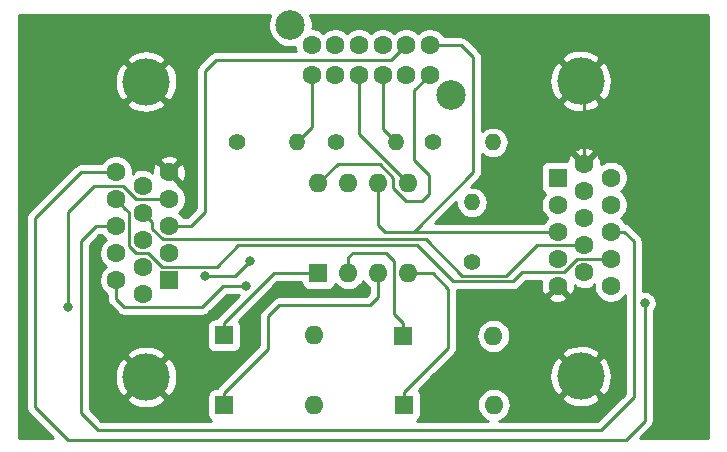
<source format=gbr>
G04 #@! TF.GenerationSoftware,KiCad,Pcbnew,(5.1.4)-1*
G04 #@! TF.CreationDate,2020-11-25T10:34:19+01:00*
G04 #@! TF.ProjectId,MonochromeVGA,4d6f6e6f-6368-4726-9f6d-655647412e6b,rev?*
G04 #@! TF.SameCoordinates,Original*
G04 #@! TF.FileFunction,Copper,L2,Bot*
G04 #@! TF.FilePolarity,Positive*
%FSLAX46Y46*%
G04 Gerber Fmt 4.6, Leading zero omitted, Abs format (unit mm)*
G04 Created by KiCad (PCBNEW (5.1.4)-1) date 2020-11-25 10:34:19*
%MOMM*%
%LPD*%
G04 APERTURE LIST*
%ADD10C,4.000000*%
%ADD11C,1.600000*%
%ADD12R,1.600000X1.600000*%
%ADD13O,1.600000X1.600000*%
%ADD14C,2.500000*%
%ADD15O,1.400000X1.400000*%
%ADD16C,1.400000*%
%ADD17C,0.800000*%
%ADD18C,0.250000*%
%ADD19C,0.254000*%
G04 APERTURE END LIST*
D10*
X130090000Y-117735000D03*
X130090000Y-92735000D03*
D11*
X127550000Y-100390000D03*
X127550000Y-102680000D03*
X127550000Y-104970000D03*
X127550000Y-107260000D03*
X127550000Y-109550000D03*
X129805000Y-101535000D03*
X129805000Y-103825000D03*
X129805000Y-106115000D03*
X129805000Y-108405000D03*
X129805000Y-110695000D03*
X132035000Y-100390000D03*
X132035000Y-102680000D03*
X132035000Y-104970000D03*
X132035000Y-107260000D03*
D12*
X132035000Y-109550000D03*
D10*
X166900000Y-92665000D03*
X166900000Y-117665000D03*
D11*
X169440000Y-110010000D03*
X169440000Y-107720000D03*
X169440000Y-105430000D03*
X169440000Y-103140000D03*
X169440000Y-100850000D03*
X167185000Y-108865000D03*
X167185000Y-106575000D03*
X167185000Y-104285000D03*
X167185000Y-101995000D03*
X167185000Y-99705000D03*
X164955000Y-110010000D03*
X164955000Y-107720000D03*
X164955000Y-105430000D03*
X164955000Y-103140000D03*
D12*
X164955000Y-100850000D03*
X151910000Y-120090000D03*
D13*
X159530000Y-120090000D03*
D12*
X136730000Y-120120000D03*
D13*
X144350000Y-120120000D03*
D12*
X136680000Y-114220000D03*
D13*
X144300000Y-114220000D03*
D12*
X151890000Y-114250000D03*
D13*
X159510000Y-114250000D03*
X144690000Y-101340000D03*
X152310000Y-108960000D03*
X147230000Y-101340000D03*
X149770000Y-108960000D03*
X149770000Y-101340000D03*
X147230000Y-108960000D03*
X152310000Y-101340000D03*
D12*
X144690000Y-108960000D03*
D11*
X144120000Y-89650000D03*
X146120000Y-89650000D03*
X148120000Y-89650000D03*
X150120000Y-89650000D03*
X152120000Y-89650000D03*
X154120000Y-89650000D03*
X144120000Y-92150000D03*
X146120000Y-92150000D03*
X148120000Y-92150000D03*
X150120000Y-92150000D03*
X152120000Y-92150000D03*
X154120000Y-92150000D03*
D14*
X142320000Y-87950000D03*
X155920000Y-93850000D03*
D15*
X157690000Y-102950000D03*
D16*
X157690000Y-108030000D03*
D15*
X159450000Y-97870000D03*
D16*
X154370000Y-97870000D03*
D15*
X142870000Y-97840000D03*
D16*
X137790000Y-97840000D03*
D15*
X151220000Y-97840000D03*
D16*
X146140000Y-97840000D03*
D17*
X123490000Y-111800000D03*
X138590000Y-110010000D03*
X135100000Y-109220000D03*
X138880000Y-107940000D03*
X172310000Y-111490000D03*
D18*
X144350000Y-114270000D02*
X144300000Y-114220000D01*
X159510000Y-120070000D02*
X159530000Y-120090000D01*
X143640000Y-108960000D02*
X144690000Y-108960000D01*
X140890000Y-108960000D02*
X143640000Y-108960000D01*
X136680000Y-113170000D02*
X140890000Y-108960000D01*
X136680000Y-114220000D02*
X136680000Y-113170000D01*
X151890000Y-113200000D02*
X151080000Y-112390000D01*
X151890000Y-114250000D02*
X151890000Y-113200000D01*
X151080000Y-112390000D02*
X151080000Y-107900000D01*
X151080000Y-107900000D02*
X150410000Y-107230000D01*
X150410000Y-107230000D02*
X147580000Y-107230000D01*
X147230000Y-107580000D02*
X147230000Y-108960000D01*
X147580000Y-107230000D02*
X147230000Y-107580000D01*
X149770000Y-110940000D02*
X149770000Y-110630000D01*
X136730000Y-120120000D02*
X136730000Y-119070000D01*
X149770000Y-110630000D02*
X149770000Y-108960000D01*
X140430000Y-115370000D02*
X140430000Y-112600000D01*
X140430000Y-112600000D02*
X141380000Y-111650000D01*
X141380000Y-111650000D02*
X149060000Y-111650000D01*
X136730000Y-119070000D02*
X140430000Y-115370000D01*
X149060000Y-111650000D02*
X149770000Y-110940000D01*
X151910000Y-119040000D02*
X155650000Y-115300000D01*
X151910000Y-120090000D02*
X151910000Y-119040000D01*
X155650000Y-115300000D02*
X155650000Y-110250000D01*
X154360000Y-108960000D02*
X152310000Y-108960000D01*
X155650000Y-110250000D02*
X154360000Y-108960000D01*
X132035000Y-104970000D02*
X133890000Y-104970000D01*
X133890000Y-104970000D02*
X135110000Y-103750000D01*
X135110000Y-103750000D02*
X135110000Y-91800000D01*
X135110000Y-91800000D02*
X136000000Y-90910000D01*
X150860000Y-90910000D02*
X152120000Y-89650000D01*
X136000000Y-90910000D02*
X150860000Y-90910000D01*
X123490000Y-111800000D02*
X123490000Y-103790000D01*
X130903630Y-102680000D02*
X132035000Y-102680000D01*
X129284998Y-102680000D02*
X130903630Y-102680000D01*
X128159997Y-101554999D02*
X129284998Y-102680000D01*
X125725001Y-101554999D02*
X128159997Y-101554999D01*
X123490000Y-103790000D02*
X125725001Y-101554999D01*
X167185000Y-92950000D02*
X166900000Y-92665000D01*
X167185000Y-99705000D02*
X167185000Y-92950000D01*
X167185000Y-106575000D02*
X163184990Y-106575000D01*
X163184990Y-106575000D02*
X160579990Y-109180000D01*
X160579990Y-109180000D02*
X156860000Y-109180000D01*
X156860000Y-109180000D02*
X153760000Y-106080000D01*
X153760000Y-106080000D02*
X146480000Y-106080000D01*
X130604999Y-104624999D02*
X129805000Y-103825000D01*
X130604999Y-105205001D02*
X130604999Y-104624999D01*
X131494999Y-106095001D02*
X130604999Y-105205001D01*
X146464999Y-106095001D02*
X131494999Y-106095001D01*
X146480000Y-106080000D02*
X146464999Y-106095001D01*
X127550000Y-109550000D02*
X127550000Y-111100000D01*
X128270001Y-111820001D02*
X134819999Y-111820001D01*
X127550000Y-111100000D02*
X128270001Y-111820001D01*
X134819999Y-111820001D02*
X136630000Y-110010000D01*
X136630000Y-110010000D02*
X138590000Y-110010000D01*
X138590000Y-110010000D02*
X138590000Y-110010000D01*
X135100000Y-109220000D02*
X137600000Y-109220000D01*
X137600000Y-109220000D02*
X138880000Y-107940000D01*
X138880000Y-107940000D02*
X138880000Y-107940000D01*
X170571370Y-105430000D02*
X171380000Y-106238630D01*
X169440000Y-105430000D02*
X170571370Y-105430000D01*
X171380000Y-106238630D02*
X171380000Y-119450000D01*
X171380000Y-119450000D02*
X168620000Y-122210000D01*
X168620000Y-122210000D02*
X126000000Y-122210000D01*
X126000000Y-122210000D02*
X124580000Y-120790000D01*
X124580000Y-120790000D02*
X124580000Y-106210000D01*
X125820000Y-104970000D02*
X127550000Y-104970000D01*
X124580000Y-106210000D02*
X125820000Y-104970000D01*
X128349999Y-103479999D02*
X127550000Y-102680000D01*
X128675001Y-106650003D02*
X128675001Y-103805001D01*
X129264999Y-107240001D02*
X128675001Y-106650003D01*
X130305003Y-107240001D02*
X129264999Y-107240001D01*
X128675001Y-103805001D02*
X128349999Y-103479999D01*
X131450003Y-108385001D02*
X130305003Y-107240001D01*
X136114999Y-108385001D02*
X131450003Y-108385001D01*
X153080000Y-106600000D02*
X137900000Y-106600000D01*
X166620002Y-107720000D02*
X165455003Y-108884999D01*
X169440000Y-107720000D02*
X166620002Y-107720000D01*
X165455003Y-108884999D02*
X161915001Y-108884999D01*
X137900000Y-106600000D02*
X136114999Y-108385001D01*
X161915001Y-108884999D02*
X161160000Y-109640000D01*
X161160000Y-109640000D02*
X156120000Y-109640000D01*
X156120000Y-109640000D02*
X153080000Y-106600000D01*
X127550000Y-100390000D02*
X124590000Y-100390000D01*
X124590000Y-100390000D02*
X120700000Y-104280000D01*
X120700000Y-104280000D02*
X120700000Y-120300000D01*
X120700000Y-120300000D02*
X123450000Y-123050000D01*
X123450000Y-123050000D02*
X161040000Y-123050000D01*
X161040000Y-123050000D02*
X170700000Y-123050000D01*
X170700000Y-123050000D02*
X172310000Y-121440000D01*
X172310000Y-121440000D02*
X172310000Y-111490000D01*
X172310000Y-111490000D02*
X172310000Y-111490000D01*
X146340000Y-99690000D02*
X144690000Y-101340000D01*
X149870000Y-99690000D02*
X146340000Y-99690000D01*
X151040000Y-100860000D02*
X149870000Y-99690000D01*
X151040000Y-101735002D02*
X151040000Y-100860000D01*
X152144998Y-102840000D02*
X151040000Y-101735002D01*
X152790000Y-93480000D02*
X152790000Y-99350000D01*
X152790000Y-99350000D02*
X154050000Y-100610000D01*
X154050000Y-100610000D02*
X154050000Y-102230000D01*
X154050000Y-102230000D02*
X153440000Y-102840000D01*
X154120000Y-92150000D02*
X152790000Y-93480000D01*
X153440000Y-102840000D02*
X152144998Y-102840000D01*
X148120000Y-97150000D02*
X152310000Y-101340000D01*
X148120000Y-92150000D02*
X148120000Y-97150000D01*
X149770000Y-102471370D02*
X149760000Y-102481370D01*
X149770000Y-101340000D02*
X149770000Y-102471370D01*
X149760000Y-102481370D02*
X149760000Y-104900000D01*
X149760000Y-104900000D02*
X150290000Y-105430000D01*
X155251370Y-89650000D02*
X155261370Y-89660000D01*
X154120000Y-89650000D02*
X155251370Y-89650000D01*
X155261370Y-89660000D02*
X156760000Y-89660000D01*
X156760000Y-89660000D02*
X157760000Y-90660000D01*
X157760000Y-100420000D02*
X152750000Y-105430000D01*
X157760000Y-90660000D02*
X157760000Y-100420000D01*
X150290000Y-105430000D02*
X152750000Y-105430000D01*
X152750000Y-105430000D02*
X164955000Y-105430000D01*
X150120000Y-96740000D02*
X151220000Y-97840000D01*
X150120000Y-92150000D02*
X150120000Y-96740000D01*
X144120000Y-96590000D02*
X142870000Y-97840000D01*
X144120000Y-92150000D02*
X144120000Y-96590000D01*
D19*
G36*
X177676055Y-87139834D02*
G01*
X177670046Y-122866574D01*
X177626620Y-122910000D01*
X171914801Y-122910000D01*
X172821004Y-122003798D01*
X172850001Y-121980001D01*
X172944974Y-121864276D01*
X173015546Y-121732247D01*
X173059003Y-121588986D01*
X173070000Y-121477333D01*
X173070000Y-121477323D01*
X173073676Y-121440000D01*
X173070000Y-121402677D01*
X173070000Y-112193711D01*
X173113937Y-112149774D01*
X173227205Y-111980256D01*
X173305226Y-111791898D01*
X173345000Y-111591939D01*
X173345000Y-111388061D01*
X173305226Y-111188102D01*
X173227205Y-110999744D01*
X173113937Y-110830226D01*
X172969774Y-110686063D01*
X172800256Y-110572795D01*
X172611898Y-110494774D01*
X172411939Y-110455000D01*
X172208061Y-110455000D01*
X172140000Y-110468538D01*
X172140000Y-106275963D01*
X172143677Y-106238630D01*
X172129003Y-106089644D01*
X172085546Y-105946383D01*
X172014974Y-105814354D01*
X171943799Y-105727627D01*
X171920001Y-105698629D01*
X171891004Y-105674832D01*
X171135173Y-104919002D01*
X171111371Y-104889999D01*
X170995646Y-104795026D01*
X170863617Y-104724454D01*
X170720356Y-104680997D01*
X170661519Y-104675202D01*
X170554637Y-104515241D01*
X170354759Y-104315363D01*
X170309317Y-104285000D01*
X170354759Y-104254637D01*
X170554637Y-104054759D01*
X170711680Y-103819727D01*
X170819853Y-103558574D01*
X170875000Y-103281335D01*
X170875000Y-102998665D01*
X170819853Y-102721426D01*
X170711680Y-102460273D01*
X170554637Y-102225241D01*
X170354759Y-102025363D01*
X170309317Y-101995000D01*
X170354759Y-101964637D01*
X170554637Y-101764759D01*
X170711680Y-101529727D01*
X170819853Y-101268574D01*
X170875000Y-100991335D01*
X170875000Y-100708665D01*
X170819853Y-100431426D01*
X170711680Y-100170273D01*
X170554637Y-99935241D01*
X170354759Y-99735363D01*
X170119727Y-99578320D01*
X169858574Y-99470147D01*
X169581335Y-99415000D01*
X169298665Y-99415000D01*
X169021426Y-99470147D01*
X168760273Y-99578320D01*
X168623480Y-99669722D01*
X168625217Y-99634488D01*
X168583787Y-99354870D01*
X168488603Y-99088708D01*
X168421671Y-98963486D01*
X168177702Y-98891903D01*
X167364605Y-99705000D01*
X167378748Y-99719143D01*
X167199143Y-99898748D01*
X167185000Y-99884605D01*
X167170858Y-99898748D01*
X166991253Y-99719143D01*
X167005395Y-99705000D01*
X166192298Y-98891903D01*
X165948329Y-98963486D01*
X165827429Y-99218996D01*
X165778488Y-99414241D01*
X165755000Y-99411928D01*
X164155000Y-99411928D01*
X164030518Y-99424188D01*
X163910820Y-99460498D01*
X163800506Y-99519463D01*
X163703815Y-99598815D01*
X163624463Y-99695506D01*
X163565498Y-99805820D01*
X163529188Y-99925518D01*
X163516928Y-100050000D01*
X163516928Y-101650000D01*
X163529188Y-101774482D01*
X163565498Y-101894180D01*
X163624463Y-102004494D01*
X163703815Y-102101185D01*
X163800506Y-102180537D01*
X163855612Y-102209992D01*
X163840363Y-102225241D01*
X163683320Y-102460273D01*
X163575147Y-102721426D01*
X163520000Y-102998665D01*
X163520000Y-103281335D01*
X163575147Y-103558574D01*
X163683320Y-103819727D01*
X163840363Y-104054759D01*
X164040241Y-104254637D01*
X164085683Y-104285000D01*
X164040241Y-104315363D01*
X163840363Y-104515241D01*
X163736957Y-104670000D01*
X154584801Y-104670000D01*
X156353320Y-102901482D01*
X156348541Y-102950000D01*
X156374317Y-103211706D01*
X156450653Y-103463354D01*
X156574618Y-103695275D01*
X156741445Y-103898555D01*
X156944725Y-104065382D01*
X157176646Y-104189347D01*
X157428294Y-104265683D01*
X157624421Y-104285000D01*
X157755579Y-104285000D01*
X157951706Y-104265683D01*
X158203354Y-104189347D01*
X158435275Y-104065382D01*
X158638555Y-103898555D01*
X158805382Y-103695275D01*
X158929347Y-103463354D01*
X159005683Y-103211706D01*
X159031459Y-102950000D01*
X159005683Y-102688294D01*
X158929347Y-102436646D01*
X158805382Y-102204725D01*
X158638555Y-102001445D01*
X158435275Y-101834618D01*
X158203354Y-101710653D01*
X157951706Y-101634317D01*
X157755579Y-101615000D01*
X157639802Y-101615000D01*
X158271003Y-100983799D01*
X158300001Y-100960001D01*
X158326332Y-100927917D01*
X158394974Y-100844277D01*
X158465546Y-100712247D01*
X158488241Y-100637429D01*
X158509003Y-100568986D01*
X158520000Y-100457333D01*
X158520000Y-100457323D01*
X158523676Y-100420000D01*
X158520000Y-100382677D01*
X158520000Y-98833783D01*
X158704725Y-98985382D01*
X158936646Y-99109347D01*
X159188294Y-99185683D01*
X159384421Y-99205000D01*
X159515579Y-99205000D01*
X159711706Y-99185683D01*
X159963354Y-99109347D01*
X160195275Y-98985382D01*
X160398555Y-98818555D01*
X160485757Y-98712298D01*
X166371903Y-98712298D01*
X167185000Y-99525395D01*
X167998097Y-98712298D01*
X167926514Y-98468329D01*
X167671004Y-98347429D01*
X167396816Y-98278700D01*
X167114488Y-98264783D01*
X166834870Y-98306213D01*
X166568708Y-98401397D01*
X166443486Y-98468329D01*
X166371903Y-98712298D01*
X160485757Y-98712298D01*
X160565382Y-98615275D01*
X160689347Y-98383354D01*
X160765683Y-98131706D01*
X160791459Y-97870000D01*
X160765683Y-97608294D01*
X160689347Y-97356646D01*
X160565382Y-97124725D01*
X160398555Y-96921445D01*
X160195275Y-96754618D01*
X159963354Y-96630653D01*
X159711706Y-96554317D01*
X159515579Y-96535000D01*
X159384421Y-96535000D01*
X159188294Y-96554317D01*
X158936646Y-96630653D01*
X158704725Y-96754618D01*
X158520000Y-96906217D01*
X158520000Y-94512499D01*
X165232106Y-94512499D01*
X165448228Y-94879258D01*
X165908105Y-95119938D01*
X166406098Y-95266275D01*
X166923071Y-95312648D01*
X167439159Y-95257273D01*
X167934526Y-95102279D01*
X168351772Y-94879258D01*
X168567894Y-94512499D01*
X166900000Y-92844605D01*
X165232106Y-94512499D01*
X158520000Y-94512499D01*
X158520000Y-92688071D01*
X164252352Y-92688071D01*
X164307727Y-93204159D01*
X164462721Y-93699526D01*
X164685742Y-94116772D01*
X165052501Y-94332894D01*
X166720395Y-92665000D01*
X167079605Y-92665000D01*
X168747499Y-94332894D01*
X169114258Y-94116772D01*
X169354938Y-93656895D01*
X169501275Y-93158902D01*
X169547648Y-92641929D01*
X169492273Y-92125841D01*
X169337279Y-91630474D01*
X169114258Y-91213228D01*
X168747499Y-90997106D01*
X167079605Y-92665000D01*
X166720395Y-92665000D01*
X165052501Y-90997106D01*
X164685742Y-91213228D01*
X164445062Y-91673105D01*
X164298725Y-92171098D01*
X164252352Y-92688071D01*
X158520000Y-92688071D01*
X158520000Y-90817501D01*
X165232106Y-90817501D01*
X166900000Y-92485395D01*
X168567894Y-90817501D01*
X168351772Y-90450742D01*
X167891895Y-90210062D01*
X167393902Y-90063725D01*
X166876929Y-90017352D01*
X166360841Y-90072727D01*
X165865474Y-90227721D01*
X165448228Y-90450742D01*
X165232106Y-90817501D01*
X158520000Y-90817501D01*
X158520000Y-90697333D01*
X158523677Y-90660000D01*
X158509003Y-90511014D01*
X158465546Y-90367753D01*
X158394974Y-90235724D01*
X158323799Y-90148997D01*
X158300001Y-90119999D01*
X158271004Y-90096202D01*
X157323804Y-89149002D01*
X157300001Y-89119999D01*
X157184276Y-89025026D01*
X157052247Y-88954454D01*
X156908986Y-88910997D01*
X156797333Y-88900000D01*
X156797322Y-88900000D01*
X156760000Y-88896324D01*
X156722678Y-88900000D01*
X155390233Y-88900000D01*
X155341519Y-88895202D01*
X155234637Y-88735241D01*
X155034759Y-88535363D01*
X154799727Y-88378320D01*
X154538574Y-88270147D01*
X154261335Y-88215000D01*
X153978665Y-88215000D01*
X153701426Y-88270147D01*
X153440273Y-88378320D01*
X153205241Y-88535363D01*
X153120000Y-88620604D01*
X153034759Y-88535363D01*
X152799727Y-88378320D01*
X152538574Y-88270147D01*
X152261335Y-88215000D01*
X151978665Y-88215000D01*
X151701426Y-88270147D01*
X151440273Y-88378320D01*
X151205241Y-88535363D01*
X151120000Y-88620604D01*
X151034759Y-88535363D01*
X150799727Y-88378320D01*
X150538574Y-88270147D01*
X150261335Y-88215000D01*
X149978665Y-88215000D01*
X149701426Y-88270147D01*
X149440273Y-88378320D01*
X149205241Y-88535363D01*
X149120000Y-88620604D01*
X149034759Y-88535363D01*
X148799727Y-88378320D01*
X148538574Y-88270147D01*
X148261335Y-88215000D01*
X147978665Y-88215000D01*
X147701426Y-88270147D01*
X147440273Y-88378320D01*
X147205241Y-88535363D01*
X147120000Y-88620604D01*
X147034759Y-88535363D01*
X146799727Y-88378320D01*
X146538574Y-88270147D01*
X146261335Y-88215000D01*
X145978665Y-88215000D01*
X145701426Y-88270147D01*
X145440273Y-88378320D01*
X145205241Y-88535363D01*
X145120000Y-88620604D01*
X145034759Y-88535363D01*
X144799727Y-88378320D01*
X144538574Y-88270147D01*
X144261335Y-88215000D01*
X144189218Y-88215000D01*
X144205000Y-88135656D01*
X144205000Y-87764344D01*
X144132561Y-87400166D01*
X144006613Y-87096100D01*
X177633107Y-87096100D01*
X177676055Y-87139834D01*
X177676055Y-87139834D01*
G37*
X177676055Y-87139834D02*
X177670046Y-122866574D01*
X177626620Y-122910000D01*
X171914801Y-122910000D01*
X172821004Y-122003798D01*
X172850001Y-121980001D01*
X172944974Y-121864276D01*
X173015546Y-121732247D01*
X173059003Y-121588986D01*
X173070000Y-121477333D01*
X173070000Y-121477323D01*
X173073676Y-121440000D01*
X173070000Y-121402677D01*
X173070000Y-112193711D01*
X173113937Y-112149774D01*
X173227205Y-111980256D01*
X173305226Y-111791898D01*
X173345000Y-111591939D01*
X173345000Y-111388061D01*
X173305226Y-111188102D01*
X173227205Y-110999744D01*
X173113937Y-110830226D01*
X172969774Y-110686063D01*
X172800256Y-110572795D01*
X172611898Y-110494774D01*
X172411939Y-110455000D01*
X172208061Y-110455000D01*
X172140000Y-110468538D01*
X172140000Y-106275963D01*
X172143677Y-106238630D01*
X172129003Y-106089644D01*
X172085546Y-105946383D01*
X172014974Y-105814354D01*
X171943799Y-105727627D01*
X171920001Y-105698629D01*
X171891004Y-105674832D01*
X171135173Y-104919002D01*
X171111371Y-104889999D01*
X170995646Y-104795026D01*
X170863617Y-104724454D01*
X170720356Y-104680997D01*
X170661519Y-104675202D01*
X170554637Y-104515241D01*
X170354759Y-104315363D01*
X170309317Y-104285000D01*
X170354759Y-104254637D01*
X170554637Y-104054759D01*
X170711680Y-103819727D01*
X170819853Y-103558574D01*
X170875000Y-103281335D01*
X170875000Y-102998665D01*
X170819853Y-102721426D01*
X170711680Y-102460273D01*
X170554637Y-102225241D01*
X170354759Y-102025363D01*
X170309317Y-101995000D01*
X170354759Y-101964637D01*
X170554637Y-101764759D01*
X170711680Y-101529727D01*
X170819853Y-101268574D01*
X170875000Y-100991335D01*
X170875000Y-100708665D01*
X170819853Y-100431426D01*
X170711680Y-100170273D01*
X170554637Y-99935241D01*
X170354759Y-99735363D01*
X170119727Y-99578320D01*
X169858574Y-99470147D01*
X169581335Y-99415000D01*
X169298665Y-99415000D01*
X169021426Y-99470147D01*
X168760273Y-99578320D01*
X168623480Y-99669722D01*
X168625217Y-99634488D01*
X168583787Y-99354870D01*
X168488603Y-99088708D01*
X168421671Y-98963486D01*
X168177702Y-98891903D01*
X167364605Y-99705000D01*
X167378748Y-99719143D01*
X167199143Y-99898748D01*
X167185000Y-99884605D01*
X167170858Y-99898748D01*
X166991253Y-99719143D01*
X167005395Y-99705000D01*
X166192298Y-98891903D01*
X165948329Y-98963486D01*
X165827429Y-99218996D01*
X165778488Y-99414241D01*
X165755000Y-99411928D01*
X164155000Y-99411928D01*
X164030518Y-99424188D01*
X163910820Y-99460498D01*
X163800506Y-99519463D01*
X163703815Y-99598815D01*
X163624463Y-99695506D01*
X163565498Y-99805820D01*
X163529188Y-99925518D01*
X163516928Y-100050000D01*
X163516928Y-101650000D01*
X163529188Y-101774482D01*
X163565498Y-101894180D01*
X163624463Y-102004494D01*
X163703815Y-102101185D01*
X163800506Y-102180537D01*
X163855612Y-102209992D01*
X163840363Y-102225241D01*
X163683320Y-102460273D01*
X163575147Y-102721426D01*
X163520000Y-102998665D01*
X163520000Y-103281335D01*
X163575147Y-103558574D01*
X163683320Y-103819727D01*
X163840363Y-104054759D01*
X164040241Y-104254637D01*
X164085683Y-104285000D01*
X164040241Y-104315363D01*
X163840363Y-104515241D01*
X163736957Y-104670000D01*
X154584801Y-104670000D01*
X156353320Y-102901482D01*
X156348541Y-102950000D01*
X156374317Y-103211706D01*
X156450653Y-103463354D01*
X156574618Y-103695275D01*
X156741445Y-103898555D01*
X156944725Y-104065382D01*
X157176646Y-104189347D01*
X157428294Y-104265683D01*
X157624421Y-104285000D01*
X157755579Y-104285000D01*
X157951706Y-104265683D01*
X158203354Y-104189347D01*
X158435275Y-104065382D01*
X158638555Y-103898555D01*
X158805382Y-103695275D01*
X158929347Y-103463354D01*
X159005683Y-103211706D01*
X159031459Y-102950000D01*
X159005683Y-102688294D01*
X158929347Y-102436646D01*
X158805382Y-102204725D01*
X158638555Y-102001445D01*
X158435275Y-101834618D01*
X158203354Y-101710653D01*
X157951706Y-101634317D01*
X157755579Y-101615000D01*
X157639802Y-101615000D01*
X158271003Y-100983799D01*
X158300001Y-100960001D01*
X158326332Y-100927917D01*
X158394974Y-100844277D01*
X158465546Y-100712247D01*
X158488241Y-100637429D01*
X158509003Y-100568986D01*
X158520000Y-100457333D01*
X158520000Y-100457323D01*
X158523676Y-100420000D01*
X158520000Y-100382677D01*
X158520000Y-98833783D01*
X158704725Y-98985382D01*
X158936646Y-99109347D01*
X159188294Y-99185683D01*
X159384421Y-99205000D01*
X159515579Y-99205000D01*
X159711706Y-99185683D01*
X159963354Y-99109347D01*
X160195275Y-98985382D01*
X160398555Y-98818555D01*
X160485757Y-98712298D01*
X166371903Y-98712298D01*
X167185000Y-99525395D01*
X167998097Y-98712298D01*
X167926514Y-98468329D01*
X167671004Y-98347429D01*
X167396816Y-98278700D01*
X167114488Y-98264783D01*
X166834870Y-98306213D01*
X166568708Y-98401397D01*
X166443486Y-98468329D01*
X166371903Y-98712298D01*
X160485757Y-98712298D01*
X160565382Y-98615275D01*
X160689347Y-98383354D01*
X160765683Y-98131706D01*
X160791459Y-97870000D01*
X160765683Y-97608294D01*
X160689347Y-97356646D01*
X160565382Y-97124725D01*
X160398555Y-96921445D01*
X160195275Y-96754618D01*
X159963354Y-96630653D01*
X159711706Y-96554317D01*
X159515579Y-96535000D01*
X159384421Y-96535000D01*
X159188294Y-96554317D01*
X158936646Y-96630653D01*
X158704725Y-96754618D01*
X158520000Y-96906217D01*
X158520000Y-94512499D01*
X165232106Y-94512499D01*
X165448228Y-94879258D01*
X165908105Y-95119938D01*
X166406098Y-95266275D01*
X166923071Y-95312648D01*
X167439159Y-95257273D01*
X167934526Y-95102279D01*
X168351772Y-94879258D01*
X168567894Y-94512499D01*
X166900000Y-92844605D01*
X165232106Y-94512499D01*
X158520000Y-94512499D01*
X158520000Y-92688071D01*
X164252352Y-92688071D01*
X164307727Y-93204159D01*
X164462721Y-93699526D01*
X164685742Y-94116772D01*
X165052501Y-94332894D01*
X166720395Y-92665000D01*
X167079605Y-92665000D01*
X168747499Y-94332894D01*
X169114258Y-94116772D01*
X169354938Y-93656895D01*
X169501275Y-93158902D01*
X169547648Y-92641929D01*
X169492273Y-92125841D01*
X169337279Y-91630474D01*
X169114258Y-91213228D01*
X168747499Y-90997106D01*
X167079605Y-92665000D01*
X166720395Y-92665000D01*
X165052501Y-90997106D01*
X164685742Y-91213228D01*
X164445062Y-91673105D01*
X164298725Y-92171098D01*
X164252352Y-92688071D01*
X158520000Y-92688071D01*
X158520000Y-90817501D01*
X165232106Y-90817501D01*
X166900000Y-92485395D01*
X168567894Y-90817501D01*
X168351772Y-90450742D01*
X167891895Y-90210062D01*
X167393902Y-90063725D01*
X166876929Y-90017352D01*
X166360841Y-90072727D01*
X165865474Y-90227721D01*
X165448228Y-90450742D01*
X165232106Y-90817501D01*
X158520000Y-90817501D01*
X158520000Y-90697333D01*
X158523677Y-90660000D01*
X158509003Y-90511014D01*
X158465546Y-90367753D01*
X158394974Y-90235724D01*
X158323799Y-90148997D01*
X158300001Y-90119999D01*
X158271004Y-90096202D01*
X157323804Y-89149002D01*
X157300001Y-89119999D01*
X157184276Y-89025026D01*
X157052247Y-88954454D01*
X156908986Y-88910997D01*
X156797333Y-88900000D01*
X156797322Y-88900000D01*
X156760000Y-88896324D01*
X156722678Y-88900000D01*
X155390233Y-88900000D01*
X155341519Y-88895202D01*
X155234637Y-88735241D01*
X155034759Y-88535363D01*
X154799727Y-88378320D01*
X154538574Y-88270147D01*
X154261335Y-88215000D01*
X153978665Y-88215000D01*
X153701426Y-88270147D01*
X153440273Y-88378320D01*
X153205241Y-88535363D01*
X153120000Y-88620604D01*
X153034759Y-88535363D01*
X152799727Y-88378320D01*
X152538574Y-88270147D01*
X152261335Y-88215000D01*
X151978665Y-88215000D01*
X151701426Y-88270147D01*
X151440273Y-88378320D01*
X151205241Y-88535363D01*
X151120000Y-88620604D01*
X151034759Y-88535363D01*
X150799727Y-88378320D01*
X150538574Y-88270147D01*
X150261335Y-88215000D01*
X149978665Y-88215000D01*
X149701426Y-88270147D01*
X149440273Y-88378320D01*
X149205241Y-88535363D01*
X149120000Y-88620604D01*
X149034759Y-88535363D01*
X148799727Y-88378320D01*
X148538574Y-88270147D01*
X148261335Y-88215000D01*
X147978665Y-88215000D01*
X147701426Y-88270147D01*
X147440273Y-88378320D01*
X147205241Y-88535363D01*
X147120000Y-88620604D01*
X147034759Y-88535363D01*
X146799727Y-88378320D01*
X146538574Y-88270147D01*
X146261335Y-88215000D01*
X145978665Y-88215000D01*
X145701426Y-88270147D01*
X145440273Y-88378320D01*
X145205241Y-88535363D01*
X145120000Y-88620604D01*
X145034759Y-88535363D01*
X144799727Y-88378320D01*
X144538574Y-88270147D01*
X144261335Y-88215000D01*
X144189218Y-88215000D01*
X144205000Y-88135656D01*
X144205000Y-87764344D01*
X144132561Y-87400166D01*
X144006613Y-87096100D01*
X177633107Y-87096100D01*
X177676055Y-87139834D01*
G36*
X140507439Y-87400166D02*
G01*
X140435000Y-87764344D01*
X140435000Y-88135656D01*
X140507439Y-88499834D01*
X140649534Y-88842882D01*
X140855825Y-89151618D01*
X141118382Y-89414175D01*
X141427118Y-89620466D01*
X141770166Y-89762561D01*
X142134344Y-89835000D01*
X142505656Y-89835000D01*
X142686529Y-89799022D01*
X142740147Y-90068574D01*
X142773875Y-90150000D01*
X136037322Y-90150000D01*
X135999999Y-90146324D01*
X135962676Y-90150000D01*
X135962667Y-90150000D01*
X135851014Y-90160997D01*
X135722433Y-90200001D01*
X135707753Y-90204454D01*
X135575723Y-90275026D01*
X135492083Y-90343668D01*
X135459999Y-90369999D01*
X135436201Y-90398997D01*
X134598998Y-91236201D01*
X134570000Y-91259999D01*
X134546202Y-91288997D01*
X134546201Y-91288998D01*
X134475026Y-91375724D01*
X134404454Y-91507754D01*
X134360998Y-91651015D01*
X134346324Y-91800000D01*
X134350001Y-91837332D01*
X134350000Y-103435198D01*
X133575199Y-104210000D01*
X133253043Y-104210000D01*
X133149637Y-104055241D01*
X132949759Y-103855363D01*
X132904317Y-103825000D01*
X132949759Y-103794637D01*
X133149637Y-103594759D01*
X133306680Y-103359727D01*
X133414853Y-103098574D01*
X133470000Y-102821335D01*
X133470000Y-102538665D01*
X133414853Y-102261426D01*
X133306680Y-102000273D01*
X133149637Y-101765241D01*
X132949759Y-101565363D01*
X132819951Y-101478628D01*
X132848097Y-101382702D01*
X132035000Y-100569605D01*
X132020858Y-100583748D01*
X131841253Y-100404143D01*
X131855395Y-100390000D01*
X132214605Y-100390000D01*
X133027702Y-101203097D01*
X133271671Y-101131514D01*
X133392571Y-100876004D01*
X133461300Y-100601816D01*
X133475217Y-100319488D01*
X133433787Y-100039870D01*
X133338603Y-99773708D01*
X133271671Y-99648486D01*
X133027702Y-99576903D01*
X132214605Y-100390000D01*
X131855395Y-100390000D01*
X131042298Y-99576903D01*
X130798329Y-99648486D01*
X130677429Y-99903996D01*
X130608700Y-100178184D01*
X130594783Y-100460512D01*
X130595480Y-100465213D01*
X130546514Y-100298329D01*
X130291004Y-100177429D01*
X130016816Y-100108700D01*
X129734488Y-100094783D01*
X129454870Y-100136213D01*
X129188708Y-100231397D01*
X129063486Y-100298329D01*
X128991903Y-100542296D01*
X128984327Y-100534720D01*
X128985000Y-100531335D01*
X128985000Y-100248665D01*
X128929853Y-99971426D01*
X128821680Y-99710273D01*
X128664637Y-99475241D01*
X128586694Y-99397298D01*
X131221903Y-99397298D01*
X132035000Y-100210395D01*
X132848097Y-99397298D01*
X132776514Y-99153329D01*
X132521004Y-99032429D01*
X132246816Y-98963700D01*
X131964488Y-98949783D01*
X131684870Y-98991213D01*
X131418708Y-99086397D01*
X131293486Y-99153329D01*
X131221903Y-99397298D01*
X128586694Y-99397298D01*
X128464759Y-99275363D01*
X128229727Y-99118320D01*
X127968574Y-99010147D01*
X127691335Y-98955000D01*
X127408665Y-98955000D01*
X127131426Y-99010147D01*
X126870273Y-99118320D01*
X126635241Y-99275363D01*
X126435363Y-99475241D01*
X126331957Y-99630000D01*
X124627325Y-99630000D01*
X124590000Y-99626324D01*
X124552675Y-99630000D01*
X124552667Y-99630000D01*
X124441014Y-99640997D01*
X124297753Y-99684454D01*
X124165724Y-99755026D01*
X124049999Y-99849999D01*
X124026201Y-99878997D01*
X120189003Y-103716196D01*
X120159999Y-103739999D01*
X120118965Y-103790000D01*
X120065026Y-103855724D01*
X120005903Y-103966335D01*
X119994454Y-103987754D01*
X119950997Y-104131015D01*
X119940000Y-104242668D01*
X119940000Y-104242678D01*
X119936324Y-104280000D01*
X119940000Y-104317322D01*
X119940001Y-120262667D01*
X119936324Y-120300000D01*
X119940001Y-120337333D01*
X119947380Y-120412247D01*
X119950998Y-120448985D01*
X119994454Y-120592246D01*
X120065026Y-120724276D01*
X120131297Y-120805026D01*
X120160000Y-120840001D01*
X120188998Y-120863799D01*
X122235198Y-122910000D01*
X119371023Y-122910000D01*
X119326100Y-122865367D01*
X119326100Y-94582499D01*
X128422106Y-94582499D01*
X128638228Y-94949258D01*
X129098105Y-95189938D01*
X129596098Y-95336275D01*
X130113071Y-95382648D01*
X130629159Y-95327273D01*
X131124526Y-95172279D01*
X131541772Y-94949258D01*
X131757894Y-94582499D01*
X130090000Y-92914605D01*
X128422106Y-94582499D01*
X119326100Y-94582499D01*
X119326100Y-92758071D01*
X127442352Y-92758071D01*
X127497727Y-93274159D01*
X127652721Y-93769526D01*
X127875742Y-94186772D01*
X128242501Y-94402894D01*
X129910395Y-92735000D01*
X130269605Y-92735000D01*
X131937499Y-94402894D01*
X132304258Y-94186772D01*
X132544938Y-93726895D01*
X132691275Y-93228902D01*
X132737648Y-92711929D01*
X132682273Y-92195841D01*
X132527279Y-91700474D01*
X132304258Y-91283228D01*
X131937499Y-91067106D01*
X130269605Y-92735000D01*
X129910395Y-92735000D01*
X128242501Y-91067106D01*
X127875742Y-91283228D01*
X127635062Y-91743105D01*
X127488725Y-92241098D01*
X127442352Y-92758071D01*
X119326100Y-92758071D01*
X119326100Y-90887501D01*
X128422106Y-90887501D01*
X130090000Y-92555395D01*
X131757894Y-90887501D01*
X131541772Y-90520742D01*
X131081895Y-90280062D01*
X130583902Y-90133725D01*
X130066929Y-90087352D01*
X129550841Y-90142727D01*
X129055474Y-90297721D01*
X128638228Y-90520742D01*
X128422106Y-90887501D01*
X119326100Y-90887501D01*
X119326100Y-87143380D01*
X119373379Y-87096100D01*
X140633387Y-87096100D01*
X140507439Y-87400166D01*
X140507439Y-87400166D01*
G37*
X140507439Y-87400166D02*
X140435000Y-87764344D01*
X140435000Y-88135656D01*
X140507439Y-88499834D01*
X140649534Y-88842882D01*
X140855825Y-89151618D01*
X141118382Y-89414175D01*
X141427118Y-89620466D01*
X141770166Y-89762561D01*
X142134344Y-89835000D01*
X142505656Y-89835000D01*
X142686529Y-89799022D01*
X142740147Y-90068574D01*
X142773875Y-90150000D01*
X136037322Y-90150000D01*
X135999999Y-90146324D01*
X135962676Y-90150000D01*
X135962667Y-90150000D01*
X135851014Y-90160997D01*
X135722433Y-90200001D01*
X135707753Y-90204454D01*
X135575723Y-90275026D01*
X135492083Y-90343668D01*
X135459999Y-90369999D01*
X135436201Y-90398997D01*
X134598998Y-91236201D01*
X134570000Y-91259999D01*
X134546202Y-91288997D01*
X134546201Y-91288998D01*
X134475026Y-91375724D01*
X134404454Y-91507754D01*
X134360998Y-91651015D01*
X134346324Y-91800000D01*
X134350001Y-91837332D01*
X134350000Y-103435198D01*
X133575199Y-104210000D01*
X133253043Y-104210000D01*
X133149637Y-104055241D01*
X132949759Y-103855363D01*
X132904317Y-103825000D01*
X132949759Y-103794637D01*
X133149637Y-103594759D01*
X133306680Y-103359727D01*
X133414853Y-103098574D01*
X133470000Y-102821335D01*
X133470000Y-102538665D01*
X133414853Y-102261426D01*
X133306680Y-102000273D01*
X133149637Y-101765241D01*
X132949759Y-101565363D01*
X132819951Y-101478628D01*
X132848097Y-101382702D01*
X132035000Y-100569605D01*
X132020858Y-100583748D01*
X131841253Y-100404143D01*
X131855395Y-100390000D01*
X132214605Y-100390000D01*
X133027702Y-101203097D01*
X133271671Y-101131514D01*
X133392571Y-100876004D01*
X133461300Y-100601816D01*
X133475217Y-100319488D01*
X133433787Y-100039870D01*
X133338603Y-99773708D01*
X133271671Y-99648486D01*
X133027702Y-99576903D01*
X132214605Y-100390000D01*
X131855395Y-100390000D01*
X131042298Y-99576903D01*
X130798329Y-99648486D01*
X130677429Y-99903996D01*
X130608700Y-100178184D01*
X130594783Y-100460512D01*
X130595480Y-100465213D01*
X130546514Y-100298329D01*
X130291004Y-100177429D01*
X130016816Y-100108700D01*
X129734488Y-100094783D01*
X129454870Y-100136213D01*
X129188708Y-100231397D01*
X129063486Y-100298329D01*
X128991903Y-100542296D01*
X128984327Y-100534720D01*
X128985000Y-100531335D01*
X128985000Y-100248665D01*
X128929853Y-99971426D01*
X128821680Y-99710273D01*
X128664637Y-99475241D01*
X128586694Y-99397298D01*
X131221903Y-99397298D01*
X132035000Y-100210395D01*
X132848097Y-99397298D01*
X132776514Y-99153329D01*
X132521004Y-99032429D01*
X132246816Y-98963700D01*
X131964488Y-98949783D01*
X131684870Y-98991213D01*
X131418708Y-99086397D01*
X131293486Y-99153329D01*
X131221903Y-99397298D01*
X128586694Y-99397298D01*
X128464759Y-99275363D01*
X128229727Y-99118320D01*
X127968574Y-99010147D01*
X127691335Y-98955000D01*
X127408665Y-98955000D01*
X127131426Y-99010147D01*
X126870273Y-99118320D01*
X126635241Y-99275363D01*
X126435363Y-99475241D01*
X126331957Y-99630000D01*
X124627325Y-99630000D01*
X124590000Y-99626324D01*
X124552675Y-99630000D01*
X124552667Y-99630000D01*
X124441014Y-99640997D01*
X124297753Y-99684454D01*
X124165724Y-99755026D01*
X124049999Y-99849999D01*
X124026201Y-99878997D01*
X120189003Y-103716196D01*
X120159999Y-103739999D01*
X120118965Y-103790000D01*
X120065026Y-103855724D01*
X120005903Y-103966335D01*
X119994454Y-103987754D01*
X119950997Y-104131015D01*
X119940000Y-104242668D01*
X119940000Y-104242678D01*
X119936324Y-104280000D01*
X119940000Y-104317322D01*
X119940001Y-120262667D01*
X119936324Y-120300000D01*
X119940001Y-120337333D01*
X119947380Y-120412247D01*
X119950998Y-120448985D01*
X119994454Y-120592246D01*
X120065026Y-120724276D01*
X120131297Y-120805026D01*
X120160000Y-120840001D01*
X120188998Y-120863799D01*
X122235198Y-122910000D01*
X119371023Y-122910000D01*
X119326100Y-122865367D01*
X119326100Y-94582499D01*
X128422106Y-94582499D01*
X128638228Y-94949258D01*
X129098105Y-95189938D01*
X129596098Y-95336275D01*
X130113071Y-95382648D01*
X130629159Y-95327273D01*
X131124526Y-95172279D01*
X131541772Y-94949258D01*
X131757894Y-94582499D01*
X130090000Y-92914605D01*
X128422106Y-94582499D01*
X119326100Y-94582499D01*
X119326100Y-92758071D01*
X127442352Y-92758071D01*
X127497727Y-93274159D01*
X127652721Y-93769526D01*
X127875742Y-94186772D01*
X128242501Y-94402894D01*
X129910395Y-92735000D01*
X130269605Y-92735000D01*
X131937499Y-94402894D01*
X132304258Y-94186772D01*
X132544938Y-93726895D01*
X132691275Y-93228902D01*
X132737648Y-92711929D01*
X132682273Y-92195841D01*
X132527279Y-91700474D01*
X132304258Y-91283228D01*
X131937499Y-91067106D01*
X130269605Y-92735000D01*
X129910395Y-92735000D01*
X128242501Y-91067106D01*
X127875742Y-91283228D01*
X127635062Y-91743105D01*
X127488725Y-92241098D01*
X127442352Y-92758071D01*
X119326100Y-92758071D01*
X119326100Y-90887501D01*
X128422106Y-90887501D01*
X130090000Y-92555395D01*
X131757894Y-90887501D01*
X131541772Y-90520742D01*
X131081895Y-90280062D01*
X130583902Y-90133725D01*
X130066929Y-90087352D01*
X129550841Y-90142727D01*
X129055474Y-90297721D01*
X128638228Y-90520742D01*
X128422106Y-90887501D01*
X119326100Y-90887501D01*
X119326100Y-87143380D01*
X119373379Y-87096100D01*
X140633387Y-87096100D01*
X140507439Y-87400166D01*
G36*
X126435363Y-105884759D02*
G01*
X126635241Y-106084637D01*
X126680683Y-106115000D01*
X126635241Y-106145363D01*
X126435363Y-106345241D01*
X126278320Y-106580273D01*
X126170147Y-106841426D01*
X126115000Y-107118665D01*
X126115000Y-107401335D01*
X126170147Y-107678574D01*
X126278320Y-107939727D01*
X126435363Y-108174759D01*
X126635241Y-108374637D01*
X126680683Y-108405000D01*
X126635241Y-108435363D01*
X126435363Y-108635241D01*
X126278320Y-108870273D01*
X126170147Y-109131426D01*
X126115000Y-109408665D01*
X126115000Y-109691335D01*
X126170147Y-109968574D01*
X126278320Y-110229727D01*
X126435363Y-110464759D01*
X126635241Y-110664637D01*
X126790001Y-110768044D01*
X126790001Y-111062668D01*
X126786324Y-111100000D01*
X126790001Y-111137333D01*
X126800998Y-111248986D01*
X126814180Y-111292442D01*
X126844454Y-111392246D01*
X126915026Y-111524276D01*
X126986201Y-111611002D01*
X127010000Y-111640001D01*
X127038998Y-111663799D01*
X127706202Y-112331003D01*
X127730000Y-112360002D01*
X127845725Y-112454975D01*
X127977754Y-112525547D01*
X128121015Y-112569004D01*
X128232668Y-112580001D01*
X128232677Y-112580001D01*
X128270000Y-112583677D01*
X128307323Y-112580001D01*
X134782677Y-112580001D01*
X134819999Y-112583677D01*
X134857321Y-112580001D01*
X134857332Y-112580001D01*
X134968985Y-112569004D01*
X135112246Y-112525547D01*
X135244275Y-112454975D01*
X135360000Y-112360002D01*
X135383803Y-112330998D01*
X136944802Y-110770000D01*
X137886289Y-110770000D01*
X137930226Y-110813937D01*
X137948830Y-110826368D01*
X136168998Y-112606201D01*
X136140000Y-112629999D01*
X136116202Y-112658997D01*
X136116201Y-112658998D01*
X136045026Y-112745724D01*
X136025674Y-112781928D01*
X135880000Y-112781928D01*
X135755518Y-112794188D01*
X135635820Y-112830498D01*
X135525506Y-112889463D01*
X135428815Y-112968815D01*
X135349463Y-113065506D01*
X135290498Y-113175820D01*
X135254188Y-113295518D01*
X135241928Y-113420000D01*
X135241928Y-115020000D01*
X135254188Y-115144482D01*
X135290498Y-115264180D01*
X135349463Y-115374494D01*
X135428815Y-115471185D01*
X135525506Y-115550537D01*
X135635820Y-115609502D01*
X135755518Y-115645812D01*
X135880000Y-115658072D01*
X137480000Y-115658072D01*
X137604482Y-115645812D01*
X137724180Y-115609502D01*
X137834494Y-115550537D01*
X137931185Y-115471185D01*
X138010537Y-115374494D01*
X138069502Y-115264180D01*
X138105812Y-115144482D01*
X138118072Y-115020000D01*
X138118072Y-113420000D01*
X138105812Y-113295518D01*
X138069502Y-113175820D01*
X138010537Y-113065506D01*
X137942364Y-112982437D01*
X141204802Y-109720000D01*
X143251928Y-109720000D01*
X143251928Y-109760000D01*
X143264188Y-109884482D01*
X143300498Y-110004180D01*
X143359463Y-110114494D01*
X143438815Y-110211185D01*
X143535506Y-110290537D01*
X143645820Y-110349502D01*
X143765518Y-110385812D01*
X143890000Y-110398072D01*
X145490000Y-110398072D01*
X145614482Y-110385812D01*
X145734180Y-110349502D01*
X145844494Y-110290537D01*
X145941185Y-110211185D01*
X146020537Y-110114494D01*
X146079502Y-110004180D01*
X146115812Y-109884482D01*
X146117581Y-109866518D01*
X146210392Y-109979608D01*
X146428899Y-110158932D01*
X146678192Y-110292182D01*
X146948691Y-110374236D01*
X147159508Y-110395000D01*
X147300492Y-110395000D01*
X147511309Y-110374236D01*
X147781808Y-110292182D01*
X148031101Y-110158932D01*
X148249608Y-109979608D01*
X148428932Y-109761101D01*
X148500000Y-109628142D01*
X148571068Y-109761101D01*
X148750392Y-109979608D01*
X148968899Y-110158932D01*
X149010000Y-110180901D01*
X149010000Y-110625198D01*
X148745199Y-110890000D01*
X141417323Y-110890000D01*
X141380000Y-110886324D01*
X141342677Y-110890000D01*
X141342667Y-110890000D01*
X141231014Y-110900997D01*
X141104078Y-110939502D01*
X141087753Y-110944454D01*
X140955723Y-111015026D01*
X140893948Y-111065724D01*
X140839999Y-111109999D01*
X140816201Y-111138997D01*
X139918998Y-112036201D01*
X139890000Y-112059999D01*
X139866202Y-112088997D01*
X139866201Y-112088998D01*
X139795026Y-112175724D01*
X139724454Y-112307754D01*
X139701387Y-112383800D01*
X139680998Y-112451014D01*
X139675627Y-112505546D01*
X139666324Y-112600000D01*
X139670001Y-112637332D01*
X139670000Y-115055198D01*
X136218998Y-118506201D01*
X136190000Y-118529999D01*
X136166202Y-118558997D01*
X136166201Y-118558998D01*
X136095026Y-118645724D01*
X136075674Y-118681928D01*
X135930000Y-118681928D01*
X135805518Y-118694188D01*
X135685820Y-118730498D01*
X135575506Y-118789463D01*
X135478815Y-118868815D01*
X135399463Y-118965506D01*
X135340498Y-119075820D01*
X135304188Y-119195518D01*
X135291928Y-119320000D01*
X135291928Y-120920000D01*
X135304188Y-121044482D01*
X135340498Y-121164180D01*
X135399463Y-121274494D01*
X135478815Y-121371185D01*
X135574852Y-121450000D01*
X126314802Y-121450000D01*
X125340000Y-120475199D01*
X125340000Y-119582499D01*
X128422106Y-119582499D01*
X128638228Y-119949258D01*
X129098105Y-120189938D01*
X129596098Y-120336275D01*
X130113071Y-120382648D01*
X130629159Y-120327273D01*
X131124526Y-120172279D01*
X131541772Y-119949258D01*
X131757894Y-119582499D01*
X130090000Y-117914605D01*
X128422106Y-119582499D01*
X125340000Y-119582499D01*
X125340000Y-117758071D01*
X127442352Y-117758071D01*
X127497727Y-118274159D01*
X127652721Y-118769526D01*
X127875742Y-119186772D01*
X128242501Y-119402894D01*
X129910395Y-117735000D01*
X130269605Y-117735000D01*
X131937499Y-119402894D01*
X132304258Y-119186772D01*
X132544938Y-118726895D01*
X132691275Y-118228902D01*
X132737648Y-117711929D01*
X132682273Y-117195841D01*
X132527279Y-116700474D01*
X132304258Y-116283228D01*
X131937499Y-116067106D01*
X130269605Y-117735000D01*
X129910395Y-117735000D01*
X128242501Y-116067106D01*
X127875742Y-116283228D01*
X127635062Y-116743105D01*
X127488725Y-117241098D01*
X127442352Y-117758071D01*
X125340000Y-117758071D01*
X125340000Y-115887501D01*
X128422106Y-115887501D01*
X130090000Y-117555395D01*
X131757894Y-115887501D01*
X131541772Y-115520742D01*
X131081895Y-115280062D01*
X130583902Y-115133725D01*
X130066929Y-115087352D01*
X129550841Y-115142727D01*
X129055474Y-115297721D01*
X128638228Y-115520742D01*
X128422106Y-115887501D01*
X125340000Y-115887501D01*
X125340000Y-106524801D01*
X126134802Y-105730000D01*
X126331957Y-105730000D01*
X126435363Y-105884759D01*
X126435363Y-105884759D01*
G37*
X126435363Y-105884759D02*
X126635241Y-106084637D01*
X126680683Y-106115000D01*
X126635241Y-106145363D01*
X126435363Y-106345241D01*
X126278320Y-106580273D01*
X126170147Y-106841426D01*
X126115000Y-107118665D01*
X126115000Y-107401335D01*
X126170147Y-107678574D01*
X126278320Y-107939727D01*
X126435363Y-108174759D01*
X126635241Y-108374637D01*
X126680683Y-108405000D01*
X126635241Y-108435363D01*
X126435363Y-108635241D01*
X126278320Y-108870273D01*
X126170147Y-109131426D01*
X126115000Y-109408665D01*
X126115000Y-109691335D01*
X126170147Y-109968574D01*
X126278320Y-110229727D01*
X126435363Y-110464759D01*
X126635241Y-110664637D01*
X126790001Y-110768044D01*
X126790001Y-111062668D01*
X126786324Y-111100000D01*
X126790001Y-111137333D01*
X126800998Y-111248986D01*
X126814180Y-111292442D01*
X126844454Y-111392246D01*
X126915026Y-111524276D01*
X126986201Y-111611002D01*
X127010000Y-111640001D01*
X127038998Y-111663799D01*
X127706202Y-112331003D01*
X127730000Y-112360002D01*
X127845725Y-112454975D01*
X127977754Y-112525547D01*
X128121015Y-112569004D01*
X128232668Y-112580001D01*
X128232677Y-112580001D01*
X128270000Y-112583677D01*
X128307323Y-112580001D01*
X134782677Y-112580001D01*
X134819999Y-112583677D01*
X134857321Y-112580001D01*
X134857332Y-112580001D01*
X134968985Y-112569004D01*
X135112246Y-112525547D01*
X135244275Y-112454975D01*
X135360000Y-112360002D01*
X135383803Y-112330998D01*
X136944802Y-110770000D01*
X137886289Y-110770000D01*
X137930226Y-110813937D01*
X137948830Y-110826368D01*
X136168998Y-112606201D01*
X136140000Y-112629999D01*
X136116202Y-112658997D01*
X136116201Y-112658998D01*
X136045026Y-112745724D01*
X136025674Y-112781928D01*
X135880000Y-112781928D01*
X135755518Y-112794188D01*
X135635820Y-112830498D01*
X135525506Y-112889463D01*
X135428815Y-112968815D01*
X135349463Y-113065506D01*
X135290498Y-113175820D01*
X135254188Y-113295518D01*
X135241928Y-113420000D01*
X135241928Y-115020000D01*
X135254188Y-115144482D01*
X135290498Y-115264180D01*
X135349463Y-115374494D01*
X135428815Y-115471185D01*
X135525506Y-115550537D01*
X135635820Y-115609502D01*
X135755518Y-115645812D01*
X135880000Y-115658072D01*
X137480000Y-115658072D01*
X137604482Y-115645812D01*
X137724180Y-115609502D01*
X137834494Y-115550537D01*
X137931185Y-115471185D01*
X138010537Y-115374494D01*
X138069502Y-115264180D01*
X138105812Y-115144482D01*
X138118072Y-115020000D01*
X138118072Y-113420000D01*
X138105812Y-113295518D01*
X138069502Y-113175820D01*
X138010537Y-113065506D01*
X137942364Y-112982437D01*
X141204802Y-109720000D01*
X143251928Y-109720000D01*
X143251928Y-109760000D01*
X143264188Y-109884482D01*
X143300498Y-110004180D01*
X143359463Y-110114494D01*
X143438815Y-110211185D01*
X143535506Y-110290537D01*
X143645820Y-110349502D01*
X143765518Y-110385812D01*
X143890000Y-110398072D01*
X145490000Y-110398072D01*
X145614482Y-110385812D01*
X145734180Y-110349502D01*
X145844494Y-110290537D01*
X145941185Y-110211185D01*
X146020537Y-110114494D01*
X146079502Y-110004180D01*
X146115812Y-109884482D01*
X146117581Y-109866518D01*
X146210392Y-109979608D01*
X146428899Y-110158932D01*
X146678192Y-110292182D01*
X146948691Y-110374236D01*
X147159508Y-110395000D01*
X147300492Y-110395000D01*
X147511309Y-110374236D01*
X147781808Y-110292182D01*
X148031101Y-110158932D01*
X148249608Y-109979608D01*
X148428932Y-109761101D01*
X148500000Y-109628142D01*
X148571068Y-109761101D01*
X148750392Y-109979608D01*
X148968899Y-110158932D01*
X149010000Y-110180901D01*
X149010000Y-110625198D01*
X148745199Y-110890000D01*
X141417323Y-110890000D01*
X141380000Y-110886324D01*
X141342677Y-110890000D01*
X141342667Y-110890000D01*
X141231014Y-110900997D01*
X141104078Y-110939502D01*
X141087753Y-110944454D01*
X140955723Y-111015026D01*
X140893948Y-111065724D01*
X140839999Y-111109999D01*
X140816201Y-111138997D01*
X139918998Y-112036201D01*
X139890000Y-112059999D01*
X139866202Y-112088997D01*
X139866201Y-112088998D01*
X139795026Y-112175724D01*
X139724454Y-112307754D01*
X139701387Y-112383800D01*
X139680998Y-112451014D01*
X139675627Y-112505546D01*
X139666324Y-112600000D01*
X139670001Y-112637332D01*
X139670000Y-115055198D01*
X136218998Y-118506201D01*
X136190000Y-118529999D01*
X136166202Y-118558997D01*
X136166201Y-118558998D01*
X136095026Y-118645724D01*
X136075674Y-118681928D01*
X135930000Y-118681928D01*
X135805518Y-118694188D01*
X135685820Y-118730498D01*
X135575506Y-118789463D01*
X135478815Y-118868815D01*
X135399463Y-118965506D01*
X135340498Y-119075820D01*
X135304188Y-119195518D01*
X135291928Y-119320000D01*
X135291928Y-120920000D01*
X135304188Y-121044482D01*
X135340498Y-121164180D01*
X135399463Y-121274494D01*
X135478815Y-121371185D01*
X135574852Y-121450000D01*
X126314802Y-121450000D01*
X125340000Y-120475199D01*
X125340000Y-119582499D01*
X128422106Y-119582499D01*
X128638228Y-119949258D01*
X129098105Y-120189938D01*
X129596098Y-120336275D01*
X130113071Y-120382648D01*
X130629159Y-120327273D01*
X131124526Y-120172279D01*
X131541772Y-119949258D01*
X131757894Y-119582499D01*
X130090000Y-117914605D01*
X128422106Y-119582499D01*
X125340000Y-119582499D01*
X125340000Y-117758071D01*
X127442352Y-117758071D01*
X127497727Y-118274159D01*
X127652721Y-118769526D01*
X127875742Y-119186772D01*
X128242501Y-119402894D01*
X129910395Y-117735000D01*
X130269605Y-117735000D01*
X131937499Y-119402894D01*
X132304258Y-119186772D01*
X132544938Y-118726895D01*
X132691275Y-118228902D01*
X132737648Y-117711929D01*
X132682273Y-117195841D01*
X132527279Y-116700474D01*
X132304258Y-116283228D01*
X131937499Y-116067106D01*
X130269605Y-117735000D01*
X129910395Y-117735000D01*
X128242501Y-116067106D01*
X127875742Y-116283228D01*
X127635062Y-116743105D01*
X127488725Y-117241098D01*
X127442352Y-117758071D01*
X125340000Y-117758071D01*
X125340000Y-115887501D01*
X128422106Y-115887501D01*
X130090000Y-117555395D01*
X131757894Y-115887501D01*
X131541772Y-115520742D01*
X131081895Y-115280062D01*
X130583902Y-115133725D01*
X130066929Y-115087352D01*
X129550841Y-115142727D01*
X129055474Y-115297721D01*
X128638228Y-115520742D01*
X128422106Y-115887501D01*
X125340000Y-115887501D01*
X125340000Y-106524801D01*
X126134802Y-105730000D01*
X126331957Y-105730000D01*
X126435363Y-105884759D01*
G36*
X163528700Y-109798184D02*
G01*
X163514783Y-110080512D01*
X163556213Y-110360130D01*
X163651397Y-110626292D01*
X163718329Y-110751514D01*
X163962298Y-110823097D01*
X164775395Y-110010000D01*
X164761253Y-109995858D01*
X164940858Y-109816253D01*
X164955000Y-109830395D01*
X164969143Y-109816253D01*
X165148748Y-109995858D01*
X165134605Y-110010000D01*
X165947702Y-110823097D01*
X166191671Y-110751514D01*
X166312571Y-110496004D01*
X166381300Y-110221816D01*
X166395217Y-109939488D01*
X166394520Y-109934787D01*
X166443486Y-110101671D01*
X166698996Y-110222571D01*
X166973184Y-110291300D01*
X167255512Y-110305217D01*
X167535130Y-110263787D01*
X167801292Y-110168603D01*
X167926514Y-110101671D01*
X167998097Y-109857704D01*
X168005673Y-109865280D01*
X168005000Y-109868665D01*
X168005000Y-110151335D01*
X168060147Y-110428574D01*
X168168320Y-110689727D01*
X168325363Y-110924759D01*
X168525241Y-111124637D01*
X168760273Y-111281680D01*
X169021426Y-111389853D01*
X169298665Y-111445000D01*
X169581335Y-111445000D01*
X169858574Y-111389853D01*
X170119727Y-111281680D01*
X170354759Y-111124637D01*
X170554637Y-110924759D01*
X170620000Y-110826936D01*
X170620001Y-119135196D01*
X168305199Y-121450000D01*
X159990103Y-121450000D01*
X160081808Y-121422182D01*
X160331101Y-121288932D01*
X160549608Y-121109608D01*
X160728932Y-120891101D01*
X160862182Y-120641808D01*
X160944236Y-120371309D01*
X160971943Y-120090000D01*
X160944236Y-119808691D01*
X160862182Y-119538192D01*
X160848449Y-119512499D01*
X165232106Y-119512499D01*
X165448228Y-119879258D01*
X165908105Y-120119938D01*
X166406098Y-120266275D01*
X166923071Y-120312648D01*
X167439159Y-120257273D01*
X167934526Y-120102279D01*
X168351772Y-119879258D01*
X168567894Y-119512499D01*
X166900000Y-117844605D01*
X165232106Y-119512499D01*
X160848449Y-119512499D01*
X160728932Y-119288899D01*
X160549608Y-119070392D01*
X160331101Y-118891068D01*
X160081808Y-118757818D01*
X159811309Y-118675764D01*
X159600492Y-118655000D01*
X159459508Y-118655000D01*
X159248691Y-118675764D01*
X158978192Y-118757818D01*
X158728899Y-118891068D01*
X158510392Y-119070392D01*
X158331068Y-119288899D01*
X158197818Y-119538192D01*
X158115764Y-119808691D01*
X158088057Y-120090000D01*
X158115764Y-120371309D01*
X158197818Y-120641808D01*
X158331068Y-120891101D01*
X158510392Y-121109608D01*
X158728899Y-121288932D01*
X158978192Y-121422182D01*
X159069897Y-121450000D01*
X153009373Y-121450000D01*
X153064494Y-121420537D01*
X153161185Y-121341185D01*
X153240537Y-121244494D01*
X153299502Y-121134180D01*
X153335812Y-121014482D01*
X153348072Y-120890000D01*
X153348072Y-119290000D01*
X153335812Y-119165518D01*
X153299502Y-119045820D01*
X153240537Y-118935506D01*
X153172364Y-118852437D01*
X154336730Y-117688071D01*
X164252352Y-117688071D01*
X164307727Y-118204159D01*
X164462721Y-118699526D01*
X164685742Y-119116772D01*
X165052501Y-119332894D01*
X166720395Y-117665000D01*
X167079605Y-117665000D01*
X168747499Y-119332894D01*
X169114258Y-119116772D01*
X169354938Y-118656895D01*
X169501275Y-118158902D01*
X169547648Y-117641929D01*
X169492273Y-117125841D01*
X169337279Y-116630474D01*
X169114258Y-116213228D01*
X168747499Y-115997106D01*
X167079605Y-117665000D01*
X166720395Y-117665000D01*
X165052501Y-115997106D01*
X164685742Y-116213228D01*
X164445062Y-116673105D01*
X164298725Y-117171098D01*
X164252352Y-117688071D01*
X154336730Y-117688071D01*
X156161004Y-115863798D01*
X156190001Y-115840001D01*
X156208466Y-115817501D01*
X165232106Y-115817501D01*
X166900000Y-117485395D01*
X168567894Y-115817501D01*
X168351772Y-115450742D01*
X167891895Y-115210062D01*
X167393902Y-115063725D01*
X166876929Y-115017352D01*
X166360841Y-115072727D01*
X165865474Y-115227721D01*
X165448228Y-115450742D01*
X165232106Y-115817501D01*
X156208466Y-115817501D01*
X156284974Y-115724276D01*
X156355546Y-115592247D01*
X156399003Y-115448986D01*
X156410000Y-115337333D01*
X156410000Y-115337325D01*
X156413676Y-115300000D01*
X156410000Y-115262675D01*
X156410000Y-114250000D01*
X158068057Y-114250000D01*
X158095764Y-114531309D01*
X158177818Y-114801808D01*
X158311068Y-115051101D01*
X158490392Y-115269608D01*
X158708899Y-115448932D01*
X158958192Y-115582182D01*
X159228691Y-115664236D01*
X159439508Y-115685000D01*
X159580492Y-115685000D01*
X159791309Y-115664236D01*
X160061808Y-115582182D01*
X160311101Y-115448932D01*
X160529608Y-115269608D01*
X160708932Y-115051101D01*
X160842182Y-114801808D01*
X160924236Y-114531309D01*
X160951943Y-114250000D01*
X160924236Y-113968691D01*
X160842182Y-113698192D01*
X160708932Y-113448899D01*
X160529608Y-113230392D01*
X160311101Y-113051068D01*
X160061808Y-112917818D01*
X159791309Y-112835764D01*
X159580492Y-112815000D01*
X159439508Y-112815000D01*
X159228691Y-112835764D01*
X158958192Y-112917818D01*
X158708899Y-113051068D01*
X158490392Y-113230392D01*
X158311068Y-113448899D01*
X158177818Y-113698192D01*
X158095764Y-113968691D01*
X158068057Y-114250000D01*
X156410000Y-114250000D01*
X156410000Y-111002702D01*
X164141903Y-111002702D01*
X164213486Y-111246671D01*
X164468996Y-111367571D01*
X164743184Y-111436300D01*
X165025512Y-111450217D01*
X165305130Y-111408787D01*
X165571292Y-111313603D01*
X165696514Y-111246671D01*
X165768097Y-111002702D01*
X164955000Y-110189605D01*
X164141903Y-111002702D01*
X156410000Y-111002702D01*
X156410000Y-110400000D01*
X161122678Y-110400000D01*
X161160000Y-110403676D01*
X161197322Y-110400000D01*
X161197333Y-110400000D01*
X161308986Y-110389003D01*
X161452247Y-110345546D01*
X161584276Y-110274974D01*
X161700001Y-110180001D01*
X161723803Y-110150998D01*
X162229803Y-109644999D01*
X163567098Y-109644999D01*
X163528700Y-109798184D01*
X163528700Y-109798184D01*
G37*
X163528700Y-109798184D02*
X163514783Y-110080512D01*
X163556213Y-110360130D01*
X163651397Y-110626292D01*
X163718329Y-110751514D01*
X163962298Y-110823097D01*
X164775395Y-110010000D01*
X164761253Y-109995858D01*
X164940858Y-109816253D01*
X164955000Y-109830395D01*
X164969143Y-109816253D01*
X165148748Y-109995858D01*
X165134605Y-110010000D01*
X165947702Y-110823097D01*
X166191671Y-110751514D01*
X166312571Y-110496004D01*
X166381300Y-110221816D01*
X166395217Y-109939488D01*
X166394520Y-109934787D01*
X166443486Y-110101671D01*
X166698996Y-110222571D01*
X166973184Y-110291300D01*
X167255512Y-110305217D01*
X167535130Y-110263787D01*
X167801292Y-110168603D01*
X167926514Y-110101671D01*
X167998097Y-109857704D01*
X168005673Y-109865280D01*
X168005000Y-109868665D01*
X168005000Y-110151335D01*
X168060147Y-110428574D01*
X168168320Y-110689727D01*
X168325363Y-110924759D01*
X168525241Y-111124637D01*
X168760273Y-111281680D01*
X169021426Y-111389853D01*
X169298665Y-111445000D01*
X169581335Y-111445000D01*
X169858574Y-111389853D01*
X170119727Y-111281680D01*
X170354759Y-111124637D01*
X170554637Y-110924759D01*
X170620000Y-110826936D01*
X170620001Y-119135196D01*
X168305199Y-121450000D01*
X159990103Y-121450000D01*
X160081808Y-121422182D01*
X160331101Y-121288932D01*
X160549608Y-121109608D01*
X160728932Y-120891101D01*
X160862182Y-120641808D01*
X160944236Y-120371309D01*
X160971943Y-120090000D01*
X160944236Y-119808691D01*
X160862182Y-119538192D01*
X160848449Y-119512499D01*
X165232106Y-119512499D01*
X165448228Y-119879258D01*
X165908105Y-120119938D01*
X166406098Y-120266275D01*
X166923071Y-120312648D01*
X167439159Y-120257273D01*
X167934526Y-120102279D01*
X168351772Y-119879258D01*
X168567894Y-119512499D01*
X166900000Y-117844605D01*
X165232106Y-119512499D01*
X160848449Y-119512499D01*
X160728932Y-119288899D01*
X160549608Y-119070392D01*
X160331101Y-118891068D01*
X160081808Y-118757818D01*
X159811309Y-118675764D01*
X159600492Y-118655000D01*
X159459508Y-118655000D01*
X159248691Y-118675764D01*
X158978192Y-118757818D01*
X158728899Y-118891068D01*
X158510392Y-119070392D01*
X158331068Y-119288899D01*
X158197818Y-119538192D01*
X158115764Y-119808691D01*
X158088057Y-120090000D01*
X158115764Y-120371309D01*
X158197818Y-120641808D01*
X158331068Y-120891101D01*
X158510392Y-121109608D01*
X158728899Y-121288932D01*
X158978192Y-121422182D01*
X159069897Y-121450000D01*
X153009373Y-121450000D01*
X153064494Y-121420537D01*
X153161185Y-121341185D01*
X153240537Y-121244494D01*
X153299502Y-121134180D01*
X153335812Y-121014482D01*
X153348072Y-120890000D01*
X153348072Y-119290000D01*
X153335812Y-119165518D01*
X153299502Y-119045820D01*
X153240537Y-118935506D01*
X153172364Y-118852437D01*
X154336730Y-117688071D01*
X164252352Y-117688071D01*
X164307727Y-118204159D01*
X164462721Y-118699526D01*
X164685742Y-119116772D01*
X165052501Y-119332894D01*
X166720395Y-117665000D01*
X167079605Y-117665000D01*
X168747499Y-119332894D01*
X169114258Y-119116772D01*
X169354938Y-118656895D01*
X169501275Y-118158902D01*
X169547648Y-117641929D01*
X169492273Y-117125841D01*
X169337279Y-116630474D01*
X169114258Y-116213228D01*
X168747499Y-115997106D01*
X167079605Y-117665000D01*
X166720395Y-117665000D01*
X165052501Y-115997106D01*
X164685742Y-116213228D01*
X164445062Y-116673105D01*
X164298725Y-117171098D01*
X164252352Y-117688071D01*
X154336730Y-117688071D01*
X156161004Y-115863798D01*
X156190001Y-115840001D01*
X156208466Y-115817501D01*
X165232106Y-115817501D01*
X166900000Y-117485395D01*
X168567894Y-115817501D01*
X168351772Y-115450742D01*
X167891895Y-115210062D01*
X167393902Y-115063725D01*
X166876929Y-115017352D01*
X166360841Y-115072727D01*
X165865474Y-115227721D01*
X165448228Y-115450742D01*
X165232106Y-115817501D01*
X156208466Y-115817501D01*
X156284974Y-115724276D01*
X156355546Y-115592247D01*
X156399003Y-115448986D01*
X156410000Y-115337333D01*
X156410000Y-115337325D01*
X156413676Y-115300000D01*
X156410000Y-115262675D01*
X156410000Y-114250000D01*
X158068057Y-114250000D01*
X158095764Y-114531309D01*
X158177818Y-114801808D01*
X158311068Y-115051101D01*
X158490392Y-115269608D01*
X158708899Y-115448932D01*
X158958192Y-115582182D01*
X159228691Y-115664236D01*
X159439508Y-115685000D01*
X159580492Y-115685000D01*
X159791309Y-115664236D01*
X160061808Y-115582182D01*
X160311101Y-115448932D01*
X160529608Y-115269608D01*
X160708932Y-115051101D01*
X160842182Y-114801808D01*
X160924236Y-114531309D01*
X160951943Y-114250000D01*
X160924236Y-113968691D01*
X160842182Y-113698192D01*
X160708932Y-113448899D01*
X160529608Y-113230392D01*
X160311101Y-113051068D01*
X160061808Y-112917818D01*
X159791309Y-112835764D01*
X159580492Y-112815000D01*
X159439508Y-112815000D01*
X159228691Y-112835764D01*
X158958192Y-112917818D01*
X158708899Y-113051068D01*
X158490392Y-113230392D01*
X158311068Y-113448899D01*
X158177818Y-113698192D01*
X158095764Y-113968691D01*
X158068057Y-114250000D01*
X156410000Y-114250000D01*
X156410000Y-111002702D01*
X164141903Y-111002702D01*
X164213486Y-111246671D01*
X164468996Y-111367571D01*
X164743184Y-111436300D01*
X165025512Y-111450217D01*
X165305130Y-111408787D01*
X165571292Y-111313603D01*
X165696514Y-111246671D01*
X165768097Y-111002702D01*
X164955000Y-110189605D01*
X164141903Y-111002702D01*
X156410000Y-111002702D01*
X156410000Y-110400000D01*
X161122678Y-110400000D01*
X161160000Y-110403676D01*
X161197322Y-110400000D01*
X161197333Y-110400000D01*
X161308986Y-110389003D01*
X161452247Y-110345546D01*
X161584276Y-110274974D01*
X161700001Y-110180001D01*
X161723803Y-110150998D01*
X162229803Y-109644999D01*
X163567098Y-109644999D01*
X163528700Y-109798184D01*
G36*
X129998748Y-110680858D02*
G01*
X129984605Y-110695000D01*
X129998748Y-110709143D01*
X129819143Y-110888748D01*
X129805000Y-110874605D01*
X129790858Y-110888748D01*
X129611253Y-110709143D01*
X129625395Y-110695000D01*
X129611253Y-110680858D01*
X129790858Y-110501253D01*
X129805000Y-110515395D01*
X129819143Y-110501253D01*
X129998748Y-110680858D01*
X129998748Y-110680858D01*
G37*
X129998748Y-110680858D02*
X129984605Y-110695000D01*
X129998748Y-110709143D01*
X129819143Y-110888748D01*
X129805000Y-110874605D01*
X129790858Y-110888748D01*
X129611253Y-110709143D01*
X129625395Y-110695000D01*
X129611253Y-110680858D01*
X129790858Y-110501253D01*
X129805000Y-110515395D01*
X129819143Y-110501253D01*
X129998748Y-110680858D01*
G36*
X167378748Y-108850858D02*
G01*
X167364605Y-108865000D01*
X167378748Y-108879143D01*
X167199143Y-109058748D01*
X167185000Y-109044605D01*
X167170858Y-109058748D01*
X166991253Y-108879143D01*
X167005395Y-108865000D01*
X166991253Y-108850858D01*
X167170858Y-108671253D01*
X167185000Y-108685395D01*
X167199143Y-108671253D01*
X167378748Y-108850858D01*
X167378748Y-108850858D01*
G37*
X167378748Y-108850858D02*
X167364605Y-108865000D01*
X167378748Y-108879143D01*
X167199143Y-109058748D01*
X167185000Y-109044605D01*
X167170858Y-109058748D01*
X166991253Y-108879143D01*
X167005395Y-108865000D01*
X166991253Y-108850858D01*
X167170858Y-108671253D01*
X167185000Y-108685395D01*
X167199143Y-108671253D01*
X167378748Y-108850858D01*
G36*
X129998748Y-108390858D02*
G01*
X129984605Y-108405000D01*
X129998748Y-108419143D01*
X129819143Y-108598748D01*
X129805000Y-108584605D01*
X129790858Y-108598748D01*
X129611253Y-108419143D01*
X129625395Y-108405000D01*
X129611253Y-108390858D01*
X129790858Y-108211253D01*
X129805000Y-108225395D01*
X129819143Y-108211253D01*
X129998748Y-108390858D01*
X129998748Y-108390858D01*
G37*
X129998748Y-108390858D02*
X129984605Y-108405000D01*
X129998748Y-108419143D01*
X129819143Y-108598748D01*
X129805000Y-108584605D01*
X129790858Y-108598748D01*
X129611253Y-108419143D01*
X129625395Y-108405000D01*
X129611253Y-108390858D01*
X129790858Y-108211253D01*
X129805000Y-108225395D01*
X129819143Y-108211253D01*
X129998748Y-108390858D01*
G36*
X129998748Y-106100858D02*
G01*
X129984605Y-106115000D01*
X129998748Y-106129143D01*
X129819143Y-106308748D01*
X129805000Y-106294605D01*
X129790858Y-106308748D01*
X129611253Y-106129143D01*
X129625395Y-106115000D01*
X129611253Y-106100858D01*
X129790858Y-105921253D01*
X129805000Y-105935395D01*
X129819143Y-105921253D01*
X129998748Y-106100858D01*
X129998748Y-106100858D01*
G37*
X129998748Y-106100858D02*
X129984605Y-106115000D01*
X129998748Y-106129143D01*
X129819143Y-106308748D01*
X129805000Y-106294605D01*
X129790858Y-106308748D01*
X129611253Y-106129143D01*
X129625395Y-106115000D01*
X129611253Y-106100858D01*
X129790858Y-105921253D01*
X129805000Y-105935395D01*
X129819143Y-105921253D01*
X129998748Y-106100858D01*
G36*
X167378748Y-104270858D02*
G01*
X167364605Y-104285000D01*
X167378748Y-104299143D01*
X167199143Y-104478748D01*
X167185000Y-104464605D01*
X167170858Y-104478748D01*
X166991253Y-104299143D01*
X167005395Y-104285000D01*
X166991253Y-104270858D01*
X167170858Y-104091253D01*
X167185000Y-104105395D01*
X167199143Y-104091253D01*
X167378748Y-104270858D01*
X167378748Y-104270858D01*
G37*
X167378748Y-104270858D02*
X167364605Y-104285000D01*
X167378748Y-104299143D01*
X167199143Y-104478748D01*
X167185000Y-104464605D01*
X167170858Y-104478748D01*
X166991253Y-104299143D01*
X167005395Y-104285000D01*
X166991253Y-104270858D01*
X167170858Y-104091253D01*
X167185000Y-104105395D01*
X167199143Y-104091253D01*
X167378748Y-104270858D01*
G36*
X167378748Y-101980858D02*
G01*
X167364605Y-101995000D01*
X167378748Y-102009143D01*
X167199143Y-102188748D01*
X167185000Y-102174605D01*
X167170858Y-102188748D01*
X166991253Y-102009143D01*
X167005395Y-101995000D01*
X166991253Y-101980858D01*
X167170858Y-101801253D01*
X167185000Y-101815395D01*
X167199143Y-101801253D01*
X167378748Y-101980858D01*
X167378748Y-101980858D01*
G37*
X167378748Y-101980858D02*
X167364605Y-101995000D01*
X167378748Y-102009143D01*
X167199143Y-102188748D01*
X167185000Y-102174605D01*
X167170858Y-102188748D01*
X166991253Y-102009143D01*
X167005395Y-101995000D01*
X166991253Y-101980858D01*
X167170858Y-101801253D01*
X167185000Y-101815395D01*
X167199143Y-101801253D01*
X167378748Y-101980858D01*
G36*
X129998748Y-101520858D02*
G01*
X129984605Y-101535000D01*
X129998748Y-101549143D01*
X129819143Y-101728748D01*
X129805000Y-101714605D01*
X129790858Y-101728748D01*
X129611253Y-101549143D01*
X129625395Y-101535000D01*
X129611253Y-101520858D01*
X129790858Y-101341253D01*
X129805000Y-101355395D01*
X129819143Y-101341253D01*
X129998748Y-101520858D01*
X129998748Y-101520858D01*
G37*
X129998748Y-101520858D02*
X129984605Y-101535000D01*
X129998748Y-101549143D01*
X129819143Y-101728748D01*
X129805000Y-101714605D01*
X129790858Y-101728748D01*
X129611253Y-101549143D01*
X129625395Y-101535000D01*
X129611253Y-101520858D01*
X129790858Y-101341253D01*
X129805000Y-101355395D01*
X129819143Y-101341253D01*
X129998748Y-101520858D01*
M02*

</source>
